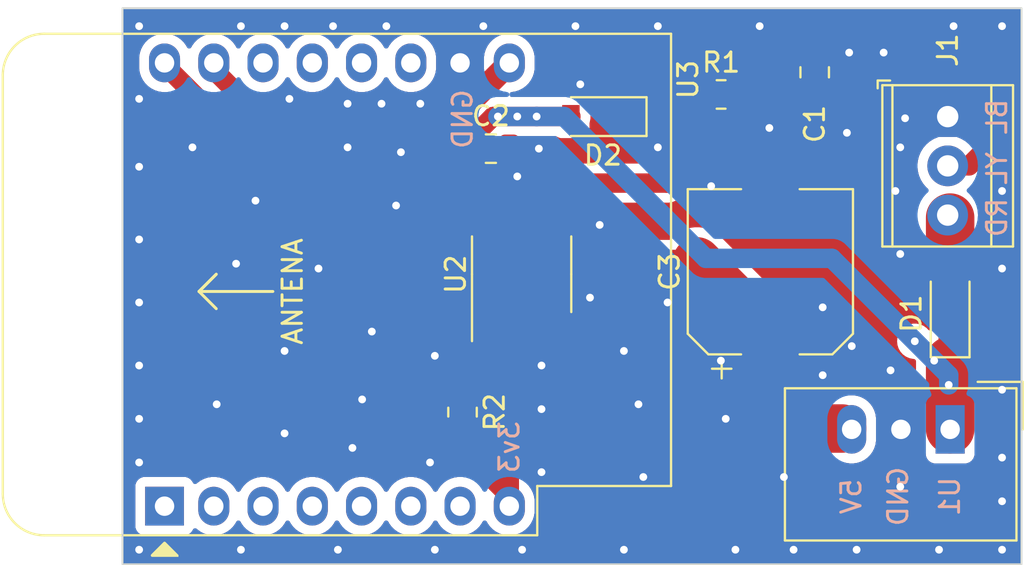
<source format=kicad_pcb>
(kicad_pcb (version 20240108) (generator "pcbnew") (generator_version "8.0")
  (layers (0 "F.Cu" signal) (31 "B.Cu" signal) (34 "B.Paste" user) (35 "F.Paste" user) (36 "B.SilkS" user "B.Silkscreen") (37 "F.SilkS" user "F.Silkscreen") (38 "B.Mask" user) (39 "F.Mask" user) (44 "Edge.Cuts" user))
  (net 0 "")
  (net 1 "/LIN")
  (net 2 "GND")
  (net 3 "+12V")
  (net 4 "Net-(D2-Pad1)")
  (net 5 "/RXD")
  (net 6 "+3V3")
  (net 8 "/TXD")
  (net 17 "+5V")
  (footprint "TerminalBlock_TE-Connectivity:TerminalBlock_TE_282834-3_1x03_P2.54mm_Horizontal" (layer "F.Cu") (at 139.446 81.915 -90)
    (property "Reference" "J1" (at -3.429 0 90) (layer "F.SilkS"))
    (property "Value" "Screw_Terminal_01x03")
    (fp_line (start -1.86 3.61) (end -1.46 3.61) (stroke (width 0.12)) (layer "F.SilkS"))
    (fp_line (start -1.62 3.37) (end 6.7 3.37) (stroke (width 0.12)) (layer "F.SilkS"))
    (fp_line (start -1.86 2.97) (end -1.86 3.61) (stroke (width 0.12)) (layer "F.SilkS"))
    (fp_line (start -1.62 2.85) (end 6.7 2.85) (stroke (width 0.12)) (layer "F.SilkS"))
    (fp_line (start -1.62 -2.25) (end 6.7 -2.25) (stroke (width 0.12)) (layer "F.SilkS"))
    (fp_line (start -1.62 -3.37) (end -1.62 3.37) (stroke (width 0.12)) (layer "F.SilkS"))
    (fp_line (start -1.62 -3.37) (end 6.7 -3.37) (stroke (width 0.12)) (layer "F.SilkS"))
    (fp_line (start 6.7 -3.37) (end 6.7 3.37) (stroke (width 0.12)) (layer "F.SilkS"))
    (fp_text user "YL" (at 2.667 -2.54 90) (layer "B.SilkS") (effects (justify mirror)))
    (fp_text user "BL" (at 0 -2.54 90) (layer "B.SilkS") (effects (justify mirror)))
    (fp_text user "RD" (at 5.207 -2.54 90) (layer "B.SilkS") (effects (justify mirror)))
    (pad "1" thru_hole rect (at 0 0 270) (size 2.1 2.1) (drill 1.1) (layers "*.Cu" "*.Mask") (net 2 "GND"))
    (pad "2" thru_hole circle (at 2.54 0 270) (size 2.1 2.1) (drill 1.1) (layers "*.Cu" "*.Mask") (net 1 "/LIN"))
    (pad "3" thru_hole circle (at 5.08 0 270) (size 2.1 2.1) (drill 1.1) (layers "*.Cu" "*.Mask") (net 3 "+12V"))
  )
  (footprint "Diode_SMD:D_SOD-123" (layer "F.Cu") (at 139.573 92.075 90)
    (property "Reference" "D1" (at 0 -2 90) (layer "F.SilkS"))
    (property "Value" "1N4148W")
    (fp_line (start -2.25 -1) (end 1.65 -1) (stroke (width 0.12)) (layer "F.SilkS"))
    (fp_line (start -2.25 -1) (end -2.25 1) (stroke (width 0.12)) (layer "F.SilkS"))
    (fp_line (start -2.25 1) (end 1.65 1) (stroke (width 0.12)) (layer "F.SilkS"))
    (pad "1" smd rect (at -1.65 0 90) (size 0.9 1.2) (layers "F.Cu" "F.Paste" "F.Mask") (net 3 "+12V"))
    (pad "2" smd rect (at 1.65 0 90) (size 0.9 1.2) (layers "F.Cu" "F.Paste" "F.Mask") (net 3 "+12V"))
  )
  (footprint "Capacitor_SMD:CP_Elec_8x10" (layer "F.Cu") (at 130.302 89.916 90)
    (property "Reference" "C3" (at 0 -5.2 90) (layer "F.SilkS"))
    (property "Value" "C_Polarized")
    (fp_line (start 4.26 -4.26) (end 4.26 -1.51) (stroke (width 0.12)) (layer "F.SilkS"))
    (fp_line (start -3.195563 -4.26) (end 4.26 -4.26) (stroke (width 0.12)) (layer "F.SilkS"))
    (fp_line (start -4.26 -3.195563) (end -3.195563 -4.26) (stroke (width 0.12)) (layer "F.SilkS"))
    (fp_line (start -4.26 -3.195563) (end -4.26 -1.51) (stroke (width 0.12)) (layer "F.SilkS"))
    (fp_line (start -5 -3.01) (end -5 -2.01) (stroke (width 0.12)) (layer "F.SilkS"))
    (fp_line (start -5.5 -2.51) (end -4.5 -2.51) (stroke (width 0.12)) (layer "F.SilkS"))
    (fp_line (start -4.26 3.195563) (end -4.26 1.51) (stroke (width 0.12)) (layer "F.SilkS"))
    (fp_line (start -4.26 3.195563) (end -3.195563 4.26) (stroke (width 0.12)) (layer "F.SilkS"))
    (fp_line (start 4.26 4.26) (end 4.26 1.51) (stroke (width 0.12)) (layer "F.SilkS"))
    (fp_line (start -3.195563 4.26) (end 4.26 4.26) (stroke (width 0.12)) (layer "F.SilkS"))
    (pad "1" smd roundrect (at -3.25 0 90) (size 3.5 2.5) (layers "F.Cu" "F.Paste" "F.Mask") (roundrect_rratio 0.1) (net 17 "+5V"))
    (pad "2" smd roundrect (at 3.25 0 90) (size 3.5 2.5) (layers "F.Cu" "F.Paste" "F.Mask") (roundrect_rratio 0.1) (net 2 "GND"))
  )
  (footprint "Resistor_SMD:R_0805_2012Metric" (layer "F.Cu") (at 127.762 80.772)
    (property "Reference" "R1" (at 0 -1.65 0) (layer "F.SilkS"))
    (property "Value" "R")
    (fp_line (start -0.227064 -0.735) (end 0.227064 -0.735) (stroke (width 0.12)) (layer "F.SilkS"))
    (fp_line (start -0.227064 0.735) (end 0.227064 0.735) (stroke (width 0.12)) (layer "F.SilkS"))
    (pad "1" smd roundrect (at -0.9125 0) (size 1.025 1.4) (layers "F.Cu" "F.Paste" "F.Mask") (roundrect_rratio 0.243902439) (net 4 "Net-(D2-Pad1)"))
    (pad "2" smd roundrect (at 0.9125 0) (size 1.025 1.4) (layers "F.Cu" "F.Paste" "F.Mask") (roundrect_rratio 0.243902439) (net 1 "/LIN"))
  )
  (footprint "Capacitor_SMD:C_0805_2012Metric" (layer "F.Cu") (at 115.89 83.566)
    (property "Reference" "C2" (at 0 -1.68 0) (layer "F.SilkS"))
    (property "Value" "C")
    (fp_line (start -0.261252 -0.735) (end 0.261252 -0.735) (stroke (width 0.12)) (layer "F.SilkS"))
    (fp_line (start -0.261252 0.735) (end 0.261252 0.735) (stroke (width 0.12)) (layer "F.SilkS"))
    (fp_text user "GND" (at -1.463 -1.524 90) (layer "B.SilkS") (effects (justify mirror)))
    (pad "1" smd roundrect (at -0.95 0) (size 1 1.45) (layers "F.Cu" "F.Paste" "F.Mask") (net 3 "+12V"))
    (pad "2" smd roundrect (at 0.95 0) (size 1 1.45) (layers "F.Cu" "F.Paste" "F.Mask") (net 2 "GND"))
  )
  (footprint "Package_SO:SOIC-8_3.9x4.9mm_P1.27mm" (layer "F.Cu") (at 117.475 90.043 90)
    (property "Reference" "U2" (at 0 -3.4 90) (layer "F.SilkS"))
    (property "Value" "MCP2021A-xxxxSN")
    (fp_line (start 0 -2.56) (end 1.95 -2.56) (stroke (width 0.12)) (layer "F.SilkS"))
    (fp_line (start 0 -2.56) (end -3.45 -2.56) (stroke (width 0.12)) (layer "F.SilkS"))
    (fp_line (start 0 2.56) (end 1.95 2.56) (stroke (width 0.12)) (layer "F.SilkS"))
    (fp_line (start 0 2.56) (end -1.95 2.56) (stroke (width 0.12)) (layer "F.SilkS"))
    (fp_text user "ANTENA" (at -0.889 -11.811 90) (layer "F.SilkS"))
    (pad "1" smd roundrect (at -2.475 -1.905 90) (size 1.95 0.6) (layers "F.Cu" "F.Paste" "F.Mask") (net 5 "/RXD"))
    (pad "2" smd roundrect (at -2.475 -0.635 90) (size 1.95 0.6) (layers "F.Cu" "F.Paste" "F.Mask") (net 6 "+3V3"))
    (pad "3" smd roundrect (at -2.475 0.635 90) (size 1.95 0.6) (layers "F.Cu" "F.Paste" "F.Mask"))
    (pad "4" smd roundrect (at -2.475 1.905 90) (size 1.95 0.6) (layers "F.Cu" "F.Paste" "F.Mask") (net 8 "/TXD"))
    (pad "5" smd roundrect (at 2.475 1.905 90) (size 1.95 0.6) (layers "F.Cu" "F.Paste" "F.Mask") (net 2 "GND"))
    (pad "6" smd roundrect (at 2.475 0.635 90) (size 1.95 0.6) (layers "F.Cu" "F.Paste" "F.Mask") (net 1 "/LIN"))
    (pad "7" smd roundrect (at 2.475 -0.635 90) (size 1.95 0.6) (layers "F.Cu" "F.Paste" "F.Mask") (net 3 "+12V"))
    (pad "8" smd roundrect (at 2.475 -1.905 90) (size 1.95 0.6) (layers "F.Cu" "F.Paste" "F.Mask"))
  )
  (footprint "Converter_DCDC:Converter_DCDC_TRACO_TSR-1_THT" (layer "F.Cu") (at 139.573 98.044 180)
    (property "Reference" "U1" (at 0.0195 -3.4605 90) (layer "B.SilkS") (effects (justify mirror)))
    (property "Value" "TSR_1-2412")
    (fp_line (start 8.52 2.12) (end -3.42 2.12) (stroke (width 0.12)) (layer "F.SilkS"))
    (fp_line (start 8.52 -5.73) (end 8.52 2.12) (stroke (width 0.12)) (layer "F.SilkS"))
    (fp_line (start -3.42 2.12) (end -3.42 -5.73) (stroke (width 0.12)) (layer "F.SilkS"))
    (fp_line (start -3.42 -5.73) (end 8.52 -5.73) (stroke (width 0.12)) (layer "F.SilkS"))
    (fp_line (start -3.75 2.45) (end -1.42 2.45) (stroke (width 0.12)) (layer "F.SilkS"))
    (fp_line (start -3.75 0) (end -3.75 2.45) (stroke (width 0.12)) (layer "F.SilkS"))
    (fp_text user "5V" (at 5.0995 -3.4605 90) (layer "B.SilkS") (effects (justify mirror)))
    (fp_text user "GND" (at 2.6865 -3.4605 90) (layer "B.SilkS") (effects (justify mirror)))
    (pad "1" thru_hole rect (at 0 0 180) (size 1.5 2.5) (drill 1) (layers "*.Cu" "*.Mask") (net 3 "+12V"))
    (pad "2" thru_hole oval (at 2.54 0 180) (size 1.5 2.5) (drill 1) (layers "*.Cu" "*.Mask") (net 2 "GND"))
    (pad "3" thru_hole oval (at 5.08 0 180) (size 1.5 2.5) (drill 1) (layers "*.Cu" "*.Mask") (net 17 "+5V"))
  )
  (footprint "Resistor_SMD:R_0805_2012Metric" (layer "F.Cu") (at 114.427 97.155 -90)
    (property "Reference" "R2" (at 0 -1.65 90) (layer "F.SilkS"))
    (property "Value" "R")
    (fp_line (start -0.227064 0.735) (end 0.227064 0.735) (stroke (width 0.12)) (layer "F.SilkS"))
    (fp_line (start -0.227064 -0.735) (end 0.227064 -0.735) (stroke (width 0.12)) (layer "F.SilkS"))
    (fp_text user "3v3" (at 1.8015 -2.413 90) (layer "B.SilkS") (effects (justify mirror)))
    (pad "1" smd roundrect (at -0.9125 0 270) (size 1.025 1.4) (layers "F.Cu" "F.Paste" "F.Mask") (roundrect_rratio 0.243902439) (net 5 "/RXD"))
    (pad "2" smd roundrect (at 0.9125 0 270) (size 1.025 1.4) (layers "F.Cu" "F.Paste" "F.Mask") (roundrect_rratio 0.243902439) (net 6 "+3V3"))
  )
  (footprint "Module:WEMOS_D1_mini_light" (layer "F.Cu") (at 99.06 102.004 90)
    (property "Reference" "U3" (at 22 27 90) (layer "F.SilkS"))
    (property "Value" "WeMos_D1_mini")
    (fp_line (start 22.24 -8.34) (end 0.63 -8.34) (stroke (width 0.12)) (layer "F.SilkS"))
    (fp_line (start 1.04 19.22) (end 1.04 26.12) (stroke (width 0.12)) (layer "F.SilkS"))
    (fp_line (start -1.5 19.22) (end -1.5 -6.21) (stroke (width 0.12)) (layer "F.SilkS"))
    (fp_line (start -1.5 19.22) (end 1.04 19.22) (stroke (width 0.12)) (layer "F.SilkS"))
    (fp_line (start 24.36 26.12) (end 24.36 -6.21) (stroke (width 0.12)) (layer "F.SilkS"))
    (fp_line (start 1.04 26.12) (end 24.36 26.12) (stroke (width 0.12)) (layer "F.SilkS"))
    (fp_arc (start 22.23 -8.34) (mid 23.736137 -7.716137) (end 24.36 -6.21) (stroke (width 0.12)) (layer "F.SilkS"))
    (fp_arc (start -1.5 -6.21) (mid -0.876137 -7.716137) (end 0.63 -8.34) (stroke (width 0.12)) (layer "F.SilkS"))
    (fp_poly (pts (xy -2.54 -0.635) (xy -2.54 0.635) (xy -1.905 0)) (stroke (width 0.15)) (fill solid) (layer "F.SilkS"))
    (pad "1" thru_hole rect (at 0 0 90) (size 2 2) (drill 1) (layers "*.Cu" "*.Mask"))
    (pad "2" thru_hole oval (at 0 2.54 90) (size 2 1.6) (drill 1) (layers "*.Cu" "*.Mask"))
    (pad "3" thru_hole oval (at 0 5.08 90) (size 2 1.6) (drill 1) (layers "*.Cu" "*.Mask"))
    (pad "4" thru_hole oval (at 0 7.62 90) (size 2 1.6) (drill 1) (layers "*.Cu" "*.Mask"))
    (pad "5" thru_hole oval (at 0 10.16 90) (size 2 1.6) (drill 1) (layers "*.Cu" "*.Mask"))
    (pad "6" thru_hole oval (at 0 12.7 90) (size 2 1.6) (drill 1) (layers "*.Cu" "*.Mask"))
    (pad "7" thru_hole oval (at 0 15.24 90) (size 2 1.6) (drill 1) (layers "*.Cu" "*.Mask"))
    (pad "8" thru_hole oval (at 0 17.78 90) (size 2 1.6) (drill 1) (layers "*.Cu" "*.Mask") (net 6 "+3V3"))
    (pad "9" thru_hole oval (at 22.86 17.78 90) (size 2 1.6) (drill 1) (layers "*.Cu" "*.Mask") (net 17 "+5V"))
    (pad "10" thru_hole oval (at 22.86 15.24 90) (size 2 1.6) (drill 1) (layers "*.Cu" "*.Mask") (net 2 "GND"))
    (pad "11" thru_hole oval (at 22.86 12.7 90) (size 2 1.6) (drill 1) (layers "*.Cu" "*.Mask"))
    (pad "12" thru_hole oval (at 22.86 10.16 90) (size 2 1.6) (drill 1) (layers "*.Cu" "*.Mask"))
    (pad "13" thru_hole oval (at 22.86 7.62 90) (size 2 1.6) (drill 1) (layers "*.Cu" "*.Mask"))
    (pad "14" thru_hole oval (at 22.86 5.08 90) (size 2 1.6) (drill 1) (layers "*.Cu" "*.Mask"))
    (pad "15" thru_hole oval (at 22.86 2.54 90) (size 2 1.6) (drill 1) (layers "*.Cu" "*.Mask") (net 8 "/TXD"))
    (pad "16" thru_hole oval (at 22.86 0 90) (size 2 1.6) (drill 1) (layers "*.Cu" "*.Mask") (net 5 "/RXD"))
  )
  (footprint "Capacitor_SMD:C_0805_2012Metric" (layer "F.Cu") (at 132.588 79.629 90)
    (property "Reference" "C1" (at -2.667 0 90) (layer "F.SilkS"))
    (property "Value" "C")
    (fp_line (start -0.261252 -0.735) (end 0.261252 -0.735) (stroke (width 0.12)) (layer "F.SilkS"))
    (fp_line (start -0.261252 0.735) (end 0.261252 0.735) (stroke (width 0.12)) (layer "F.SilkS"))
    (pad "1" smd roundrect (at -0.95 0 90) (size 1 1.45) (layers "F.Cu" "F.Paste" "F.Mask") (net 1 "/LIN"))
    (pad "2" smd roundrect (at 0.95 0 90) (size 1 1.45) (layers "F.Cu" "F.Paste" "F.Mask") (net 2 "GND"))
  )
  (footprint "Diode_SMD:D_SOD-123" (layer "F.Cu") (at 121.666 81.915 180)
    (property "Reference" "D2" (at 0 -2 0) (layer "F.SilkS"))
    (property "Value" "1N4148W")
    (fp_line (start -2.25 1) (end 1.65 1) (stroke (width 0.12)) (layer "F.SilkS"))
    (fp_line (start -2.25 -1) (end 1.65 -1) (stroke (width 0.12)) (layer "F.SilkS"))
    (fp_line (start -2.25 -1) (end -2.25 1) (stroke (width 0.12)) (layer "F.SilkS"))
    (pad "1" smd rect (at -1.65 0 180) (size 0.9 1.2) (layers "F.Cu" "F.Paste" "F.Mask") (net 4 "Net-(D2-Pad1)"))
    (pad "2" smd rect (at 1.65 0 180) (size 0.9 1.2) (layers "F.Cu" "F.Paste" "F.Mask") (net 3 "+12V"))
  )
  (gr_line (start 104.648 90.932) (end 100.838 90.932) (stroke (width 0.15)) (layer "F.SilkS"))
  (gr_line (start 100.838 90.932) (end 101.727 90.043) (stroke (width 0.15)) (layer "F.SilkS"))
  (gr_line (start 101.727 90.043) (end 100.838 90.932) (stroke (width 0.15)) (layer "F.SilkS"))
  (gr_line (start 100.838 90.932) (end 101.727 91.821) (stroke (width 0.15)) (layer "F.SilkS"))
  (gr_rect (start 96.895 76.326) (end 143.25 105) (stroke (width 0.1)) (fill none) (layer "Edge.Cuts"))
  (segment (start 128.8675 80.579) (end 128.6745 80.772) (width 1) (layer "F.Cu") (net 1))
  (segment (start 132.588 80.579) (end 128.8675 80.579) (width 1) (layer "F.Cu") (net 1))
  (segment (start 141.5 79.248) (end 138.176 79.248) (width 1) (layer "F.Cu") (net 1))
  (segment (start 139.446 84.455) (end 140.545 84.455) (width 1) (layer "F.Cu") (net 1))
  (segment (start 118.11 86.487) (end 118.11 87.568) (width 1) (layer "F.Cu") (net 1))
  (segment (start 124.968 85.344) (end 119.253 85.344) (width 1) (layer "F.Cu") (net 1))
  (segment (start 128.6745 80.772) (end 128.6745 81.6375) (width 1) (layer "F.Cu") (net 1))
  (segment (start 140.545 84.455) (end 141.5 83.5) (width 1) (layer "F.Cu") (net 1))
  (segment (start 136.845 80.579) (end 132.588 80.579) (width 1) (layer "F.Cu") (net 1))
  (segment (start 119.253 85.344) (end 118.11 86.487) (width 1) (layer "F.Cu") (net 1))
  (segment (start 138.176 79.248) (end 136.845 80.579) (width 1) (layer "F.Cu") (net 1))
  (segment (start 128.6745 81.6375) (end 124.968 85.344) (width 1) (layer "F.Cu") (net 1))
  (segment (start 141.5 83.5) (end 141.5 79.248) (width 1) (layer "F.Cu") (net 1))
  (segment (start 120.842 87.568) (end 120.904 87.63) (width 0.25) (layer "F.Cu") (net 2))
  (via (at 129.75 77.25) (size 0.8) (drill 0.4) (layers "F.Cu" "B.Cu") (net 2))
  (via (at 112.25 81.25) (size 0.8) (drill 0.4) (layers "F.Cu" "B.Cu") (net 2))
  (via (at 111 86.5) (size 0.8) (drill 0.4) (layers "F.Cu" "B.Cu") (net 2))
  (via (at 131 100.5) (size 0.8) (drill 0.4) (layers "F.Cu" "B.Cu") (net 2))
  (via (at 130.25 82.5) (size 0.8) (drill 0.4) (layers "F.Cu" "B.Cu") (net 2))
  (via (at 107 89.75) (size 0.8) (drill 0.4) (layers "F.Cu" "B.Cu") (net 2))
  (via (at 137.25 82) (size 0.8) (drill 0.4) (layers "F.Cu" "B.Cu") (net 2))
  (via (at 110.25 81.25) (size 0.8) (drill 0.4) (layers "F.Cu" "B.Cu") (net 2))
  (via (at 118.5 94.75) (size 0.8) (drill 0.4) (layers "F.Cu" "B.Cu") (net 2))
  (via (at 118.364 83.566) (size 0.8) (drill 0.4) (layers "F.Cu" "B.Cu") (net 2))
  (via (at 123.5 96.75) (size 0.8) (drill 0.4) (layers "F.Cu" "B.Cu") (net 2))
  (via (at 111.25 83.75) (size 0.8) (drill 0.4) (layers "F.Cu" "B.Cu") (net 2))
  (via (at 122.75 104.25) (size 0.8) (drill 0.4) (layers "F.Cu" "B.Cu") (net 2))
  (via (at 97.75 94.75) (size 0.8) (drill 0.4) (layers "F.Cu" "B.Cu") (net 2))
  (via (at 105.5 81) (size 0.8) (drill 0.4) (layers "F.Cu" "B.Cu") (net 2))
  (via (at 133 95.25) (size 0.8) (drill 0.4) (layers "F.Cu" "B.Cu") (net 2))
  (via (at 137 101) (size 0.8) (drill 0.4) (layers "F.Cu" "B.Cu") (net 2))
  (via (at 134.25 82.75) (size 0.8) (drill 0.4) (layers "F.Cu" "B.Cu") (net 2))
  (via (at 142.25 96) (size 0.8) (drill 0.4) (layers "F.Cu" "B.Cu") (net 2))
  (via (at 120.25 77.25) (size 0.8) (drill 0.4) (layers "F.Cu" "B.Cu") (net 2))
  (via (at 108 104.25) (size 0.8) (drill 0.4) (layers "F.Cu" "B.Cu") (net 2))
  (via (at 101.75 96.75) (size 0.8) (drill 0.4) (layers "F.Cu" "B.Cu") (net 2))
  (via (at 103 77.25) (size 0.8) (drill 0.4) (layers "F.Cu" "B.Cu") (net 2))
  (via (at 118.5 100.25) (size 0.8) (drill 0.4) (layers "F.Cu" "B.Cu") (net 2))
  (via (at 134.5 93.75) (size 0.8) (drill 0.4) (layers "F.Cu" "B.Cu") (net 2))
  (via (at 123.75 100.5) (size 0.8) (drill 0.4) (layers "F.Cu" "B.Cu") (net 2))
  (via (at 125 91.5) (size 0.8) (drill 0.4) (layers "F.Cu" "B.Cu") (net 2))
  (via (at 103 104.25) (size 0.8) (drill 0.4) (layers "F.Cu" "B.Cu") (net 2))
  (via (at 131.5 104.25) (size 0.8) (drill 0.4) (layers "F.Cu" "B.Cu") (net 2))
  (via (at 117.5 104.25) (size 0.8) (drill 0.4) (layers "F.Cu" "B.Cu") (net 2))
  (via (at 127.75 94.5) (size 0.8) (drill 0.4) (layers "F.Cu" "B.Cu") (net 2))
  (via (at 97.75 99.75) (size 0.8) (drill 0.4) (layers "F.Cu" "B.Cu") (net 2))
  (via (at 128 97.5) (size 0.8) (drill 0.4) (layers "F.Cu" "B.Cu") (net 2))
  (via (at 142.25 99.5) (size 0.8) (drill 0.4) (layers "F.Cu" "B.Cu") (net 2))
  (via (at 121.5 87.5) (size 0.8) (drill 0.4) (layers "F.Cu" "B.Cu") (net 2))
  (via (at 115.5 77.25) (size 0.8) (drill 0.4) (layers "F.Cu" "B.Cu") (net 2))
  (via (at 108.75 99) (size 0.8) (drill 0.4) (layers "F.Cu" "B.Cu") (net 2))
  (via (at 110.5 77.25) (size 0.8) (drill 0.4) (layers "F.Cu" "B.Cu") (net 2))
  (via (at 134.75 104.25) (size 0.8) (drill 0.4) (layers "F.Cu" "B.Cu") (net 2))
  (via (at 122.75 94) (size 0.8) (drill 0.4) (layers "F.Cu" "B.Cu") (net 2))
  (via (at 139 104.25) (size 0.8) (drill 0.4) (layers "F.Cu" "B.Cu") (net 2))
  (via (at 109.75 93) (size 0.8) (drill 0.4) (layers "F.Cu" "B.Cu") (net 2))
  (via (at 105.25 98.25) (size 0.8) (drill 0.4) (layers "F.Cu" "B.Cu") (net 2))
  (via (at 113 104.25) (size 0.8) (drill 0.4) (layers "F.Cu" "B.Cu") (net 2))
  (via (at 102.75 89.5) (size 0.8) (drill 0.4) (layers "F.Cu" "B.Cu") (net 2))
  (via (at 100.5 83.5) (size 0.8) (drill 0.4) (layers "F.Cu" "B.Cu") (net 2))
  (via (at 120.5 80.25) (size 0.8) (drill 0.4) (layers "F.Cu" "B.Cu") (net 2))
  (via (at 103.75 86.25) (size 0.8) (drill 0.4) (layers "F.Cu" "B.Cu") (net 2))
  (via (at 105.25 94) (size 0.8) (drill 0.4) (layers "F.Cu" "B.Cu") (net 2))
  (via (at 108.5 83.5) (size 0.8) (drill 0.4) (layers "F.Cu" "B.Cu") (net 2))
  (via (at 137 83.5) (size 0.8) (drill 0.4) (layers "F.Cu" "B.Cu") (net 2))
  (via (at 127.25 85.5) (size 0.8) (drill 0.4) (layers "F.Cu" "B.Cu") (net 2))
  (via (at 113 94.25) (size 0.8) (drill 0.4) (layers "F.Cu" "B.Cu") (net 2))
  (via (at 97.75 84.5) (size 0.8) (drill 0.4) (layers "F.Cu" "B.Cu") (net 2))
  (via (at 139.75 77.25) (size 0.8) (drill 0.4) (layers "F.Cu" "B.Cu") (net 2))
  (via (at 112.75 99.75) (size 0.8) (drill 0.4) (layers "F.Cu" "B.Cu") (net 2))
  (via (at 97.75 91.5) (size 0.8) (drill 0.4) (layers "F.Cu" "B.Cu") (net 2))
  (via (at 142.25 77.25) (size 0.8) (drill 0.4) (layers "F.Cu" "B.Cu") (net 2))
  (via (at 133 91.75) (size 0.8) (drill 0.4) (layers "F.Cu" "B.Cu") (net 2))
  (via (at 97.75 97.5) (size 0.8) (drill 0.4) (layers "F.Cu" "B.Cu") (net 2))
  (via (at 97.75 88.25) (size 0.8) (drill 0.4) (layers "F.Cu" "B.Cu") (net 2))
  (via (at 136.75 85.75) (size 0.8) (drill 0.4) (layers "F.Cu" "B.Cu") (net 2))
  (via (at 128.5 104.25) (size 0.8) (drill 0.4) (layers "F.Cu" "B.Cu") (net 2))
  (via (at 142.25 104.25) (size 0.8) (drill 0.4) (layers "F.Cu" "B.Cu") (net 2))
  (via (at 136.5 95) (size 0.8) (drill 0.4) (layers "F.Cu" "B.Cu") (net 2))
  (via (at 124.5 83.5) (size 0.8) (drill 0.4) (layers "F.Cu" "B.Cu") (net 2))
  (via (at 97.75 104.25) (size 0.8) (drill 0.4) (layers "F.Cu" "B.Cu") (net 2))
  (via (at 108.5 81.25) (size 0.8) (drill 0.4) (layers "F.Cu" "B.Cu") (net 2))
  (via (at 109.25 96.5) (size 0.8) (drill 0.4) (layers "F.Cu" "B.Cu") (net 2))
  (via (at 134.366 78.613) (size 0.8) (drill 0.4) (layers "F.Cu" "B.Cu") (net 2))
  (via (at 142.25 89.75) (size 0.8) (drill 0.4) (layers "F.Cu" "B.Cu") (net 2))
  (via (at 142.25 101.75) (size 0.8) (drill 0.4) (layers "F.Cu" "B.Cu") (net 2))
  (via (at 121 91.25) (size 0.8) (drill 0.4) (layers "F.Cu" "B.Cu") (net 2))
  (via (at 97.75 77.25) (size 0.8) (drill 0.4) (layers "F.Cu" "B.Cu") (net 2))
  (via (at 142.25 85.75) (size 0.8) (drill 0.4) (layers "F.Cu" "B.Cu") (net 2))
  (via (at 118.5 97) (size 0.8) (drill 0.4) (layers "F.Cu" "B.Cu") (net 2))
  (via (at 136.144 78.613) (size 0.8) (drill 0.4) (layers "F.Cu" "B.Cu") (net 2))
  (via (at 97.75 81) (size 0.8) (drill 0.4) (layers "F.Cu" "B.Cu") (net 2))
  (via (at 117.25 85) (size 0.8) (drill 0.4) (layers "F.Cu" "B.Cu") (net 2))
  (via (at 137 89) (size 0.8) (drill 0.4) (layers "F.Cu" "B.Cu") (net 2))
  (via (at 105.25 77.25) (size 0.8) (drill 0.4) (layers "F.Cu" "B.Cu") (net 2))
  (via (at 124.5 77.25) (size 0.8) (drill 0.4) (layers "F.Cu" "B.Cu") (net 2))
  (via (at 107.75 77.25) (size 0.8) (drill 0.4) (layers "F.Cu" "B.Cu") (net 2))
  (segment (start 139.573 98.044) (end 139.573 94.5) (width 2.5) (layer "F.Cu") (net 3))
  (segment (start 139.573 93.725) (end 139.573 94.5) (width 0.25) (layer "F.Cu") (net 3))
  (segment (start 114.935 83.571) (end 114.94 83.566) (width 0.8) (layer "F.Cu") (net 3))
  (segment (start 116 81.91) (end 118.25 81.91) (width 1) (layer "F.Cu") (net 3))
  (segment (start 114.94 82.97) (end 116 81.91) (width 1) (layer "F.Cu") (net 3))
  (segment (start 139.573 87.122) (end 139.446 86.995) (width 0.25) (layer "F.Cu") (net 3))
  (segment (start 139.573 89.75) (end 139.573 87.122) (width 2.5) (layer "F.Cu") (net 3))
  (segment (start 116.84 86.741) (end 114.935 84.836) (width 0.8) (layer "F.Cu") (net 3))
  (segment (start 114.935 84.836) (end 114.935 83.571) (width 1) (layer "F.Cu") (net 3))
  (segment (start 120.011 81.91) (end 120.016 81.915) (width 1) (layer "F.Cu") (net 3))
  (segment (start 114.94 83.566) (end 114.94 82.97) (width 1) (layer "F.Cu") (net 3))
  (segment (start 116.84 87.568) (end 116.84 86.741) (width 0.6) (layer "F.Cu") (net 3))
  (segment (start 118.25 81.91) (end 120.011 81.91) (width 1) (layer "F.Cu") (net 3))
  (via (at 137.75 93.5) (size 0.8) (drill 0.4) (layers "F.Cu" "B.Cu") (net 3))
  (via (at 116.25 81.91) (size 0.8) (drill 0.4) (layers "F.Cu" "B.Cu") (net 3))
  (via (at 118.25 81.91) (size 0.8) (drill 0.4) (layers "F.Cu" "B.Cu") (net 3))
  (via (at 139.5 95.75) (size 0.8) (drill 0.4) (layers "F.Cu" "B.Cu") (net 3))
  (via (at 117.25 81.91) (size 0.8) (drill 0.4) (layers "F.Cu" "B.Cu") (net 3))
  (via (at 138.75 94.5) (size 0.8) (drill 0.4) (layers "F.Cu" "B.Cu") (net 3))
  (segment (start 126.975 89.225) (end 119.66 81.91) (width 1) (layer "B.Cu") (net 3))
  (segment (start 139.5 95.25) (end 133.475 89.225) (width 1) (layer "B.Cu") (net 3))
  (segment (start 118.25 81.91) (end 116.25 81.91) (width 1) (layer "B.Cu") (net 3))
  (segment (start 139.5 95.75) (end 139.5 95.25) (width 1) (layer "B.Cu") (net 3))
  (segment (start 119.66 81.91) (end 118.25 81.91) (width 1) (layer "B.Cu") (net 3))
  (segment (start 133.475 89.225) (end 126.975 89.225) (width 1) (layer "B.Cu") (net 3))
  (segment (start 123.316 81.915) (end 125.7065 81.915) (width 1) (layer "F.Cu") (net 4))
  (segment (start 125.7065 81.915) (end 126.8495 80.772) (width 1) (layer "F.Cu") (net 4))
  (segment (start 112.312 92.5) (end 99.06 79.248) (width 1) (layer "F.Cu") (net 5))
  (segment (start 115.57 92.518) (end 115.268 92.518) (width 0.6) (layer "F.Cu") (net 5))
  (segment (start 115.268 92.518) (end 115.25 92.5) (width 0.6) (layer "F.Cu") (net 5))
  (segment (start 114.427 95.377) (end 115.57 94.234) (width 1.1) (layer "F.Cu") (net 5))
  (segment (start 114.427 96.2425) (end 114.427 95.377) (width 1.2) (layer "F.Cu") (net 5))
  (segment (start 99.06 79.248) (end 99.06 79.144) (width 1) (layer "F.Cu") (net 5))
  (segment (start 115.57 94.234) (end 115.57 92.518) (width 1) (layer "F.Cu") (net 5))
  (segment (start 115.25 92.5) (end 112.312 92.5) (width 1) (layer "F.Cu") (net 5))
  (segment (start 116.84 101.473) (end 116.84 102.004) (width 1) (layer "F.Cu") (net 6))
  (segment (start 116.84 92.518) (end 116.84 102.004) (width 1) (layer "F.Cu") (net 6))
  (segment (start 114.427 98.0675) (end 114.427 99.06) (width 1.2) (layer "F.Cu") (net 6))
  (segment (start 114.427 99.06) (end 116.84 101.473) (width 1) (layer "F.Cu") (net 6))
  (segment (start 101.6 79.502) (end 112.848 90.75) (width 1) (layer "F.Cu") (net 8))
  (segment (start 119.38 91.44) (end 119.38 92.518) (width 0.6) (layer "F.Cu") (net 8))
  (segment (start 118.69 90.75) (end 119.38 91.44) (width 0.8) (layer "F.Cu") (net 8))
  (segment (start 101.6 79.144) (end 101.6 79.502) (width 1) (layer "F.Cu") (net 8))
  (segment (start 112.848 90.75) (end 118.69 90.75) (width 1) (layer "F.Cu") (net 8))
  (segment (start 114.01933 89.38133) (end 126.51733 89.38133) (width 1.2) (layer "F.Cu") (net 17))
  (segment (start 132 98) (end 130.302 96.302) (width 2.5) (layer "F.Cu") (net 17))
  (segment (start 113.03 82.97) (end 113.03 88.392) (width 1.2) (layer "F.Cu") (net 17))
  (segment (start 113.03 88.392) (end 114.01933 89.38133) (width 1.2) (layer "F.Cu") (net 17))
  (segment (start 130.302 96.302) (end 130.302 93.166) (width 2.5) (layer "F.Cu") (net 17))
  (segment (start 116.84 79.144) (end 116.84 79.16) (width 1.2) (layer "F.Cu") (net 17))
  (segment (start 134 98) (end 132 98) (width 2.5) (layer "F.Cu") (net 17))
  (segment (start 126.51733 89.38133) (end 130.302 93.166) (width 2.5) (layer "F.Cu") (net 17))
  (segment (start 116.84 79.16) (end 113.03 82.97) (width 1.2) (layer "F.Cu") (net 17))
  (zone (net 2) (net_name "GND") (layers "F&B.Cu") (connect_pads (clearance 0.508)) (min_thickness 0.254) (fill yes (thermal_gap 0.508) (thermal_bridge_width 0.508))
    (polygon (pts (xy 143.256 76.25) (xy 143.25 105) (xy 96.901 105) (xy 96.901 76.25)))
  )
  (zone (net 2) (net_name "GND") (layer "B.Cu") (connect_pads (clearance 0.508)) (min_thickness 0.254) (fill yes (thermal_gap 0.508) (thermal_bridge_width 0.508))
    (polygon (pts (xy 143.256 76.25) (xy 143.25 105) (xy 96.901 105) (xy 96.901 76.25)))
  )
)
</source>
